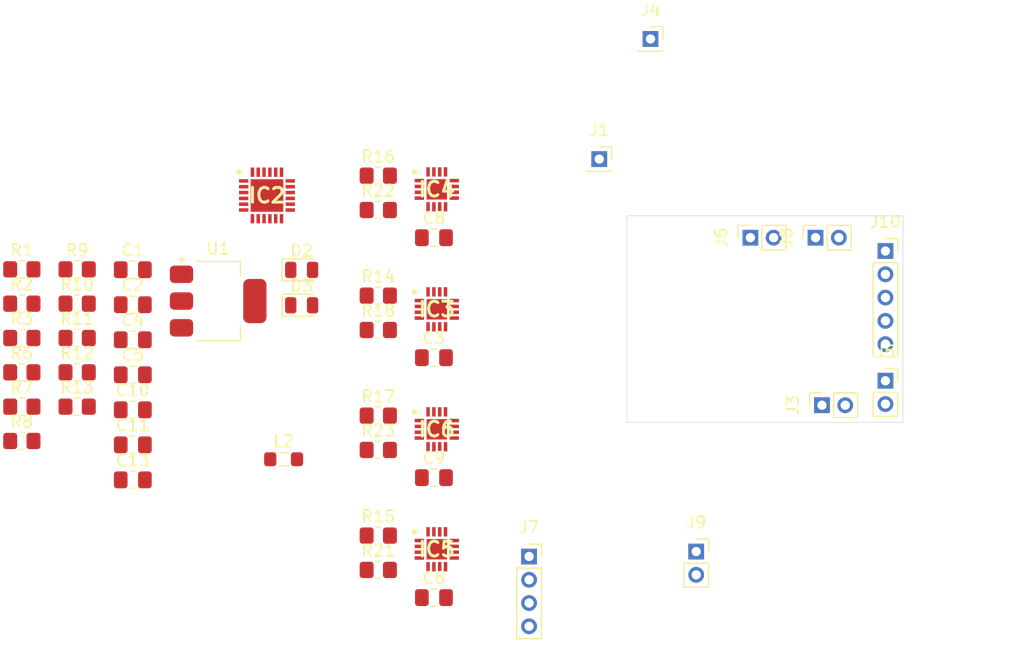
<source format=kicad_pcb>
(kicad_pcb (version 20240108) (generator "pcbnew") (generator_version "8.0")
  (layers (0 "F.Cu" signal) (31 "B.Cu" signal) (34 "B.Paste" user) (35 "F.Paste" user) (36 "B.SilkS" user "B.Silkscreen") (37 "F.SilkS" user "F.Silkscreen") (38 "B.Mask" user) (39 "F.Mask" user) (44 "Edge.Cuts" user))
  (net 0 "")
  (net 1 "/SYS_PWR")
  (net 2 "GND")
  (net 3 "+3.3V")
  (net 4 "/DC Motor Driver - Rudder-left/SYS_PWR")
  (net 5 "/DC Motor Driver - Rudder-right/SYS_PWR")
  (net 6 "/DC Motor Driver - Prop/SYS_PWR")
  (net 7 "/DC Motor Driver - Extra/SYS_PWR")
  (net 8 "Net-(C10-Pad1)")
  (net 9 "Net-(IC2-SW_1)")
  (net 10 "Net-(IC2-PMID)")
  (net 11 "/REGN")
  (net 12 "Net-(D2-K)")
  (net 13 "Net-(D3-K)")
  (net 14 "/SCL")
  (net 15 "Net-(IC2-BAT_1)")
  (net 17 "Net-(IC2-BTST)")
  (net 18 "/VBUS")
  (net 19 "/SDA")
  (net 20 "Net-(IC2-~{INT})")
  (net 22 "Net-(IC2-TS)")
  (net 24 "/DC Motor Driver - Rudder-left/A0")
  (net 26 "/DC Motor Driver - Rudder-left/OUT2")
  (net 27 "/DC Motor Driver - Rudder-left/OUT1")
  (net 29 "Net-(IC3-NFAULT)")
  (net 31 "/DC Motor Driver - Rudder-left/A1")
  (net 33 "Net-(IC3-IPROPI)")
  (net 34 "/DC Motor Driver - Prop/A1")
  (net 36 "/DC Motor Driver - Prop/OUT1")
  (net 37 "/DC Motor Driver - Prop/A0")
  (net 41 "Net-(IC4-IPROPI)")
  (net 42 "/DC Motor Driver - Prop/OUT2")
  (net 43 "Net-(IC4-NFAULT)")
  (net 44 "/DC Motor Driver - Rudder-right/A0")
  (net 47 "Net-(IC5-IPROPI)")
  (net 48 "/DC Motor Driver - Rudder-right/A1")
  (net 49 "/DC Motor Driver - Rudder-right/OUT2")
  (net 50 "/DC Motor Driver - Rudder-right/OUT1")
  (net 52 "Net-(IC5-NFAULT)")
  (net 54 "Net-(IC6-NFAULT)")
  (net 56 "/DC Motor Driver - Extra/A0")
  (net 58 "/DC Motor Driver - Extra/A1")
  (net 60 "Net-(IC6-IPROPI)")
  (net 62 "/DC Motor Driver - Extra/OUT1")
  (net 63 "/DC Motor Driver - Extra/OUT2")
  (net 64 "Net-(J4-Pin_1)")
  (net 65 "/DC Motor Driver - Rudder-left/VREF")
  (net 66 "/DC Motor Driver - Prop/VREF")
  (net 67 "/DC Motor Driver - Rudder-right/VREF")
  (net 68 "/DC Motor Driver - Extra/VREF")
  (net 69 "/VREF")
  (footprint "Connector_PinSocket_2.00mm:PinSocket_1x02_P2.00mm_Vertical" (layer "F.Cu") (at 114.2 86.875 90)
    (property "Reference" "J8" (at -0.000001 -2.5 270) (layer "F.SilkS"))
    (property "Value" "Conn_01x02")
    (fp_line (start 1.06 -1.06) (end 1.06 0) (stroke (width 0.12)) (layer "F.SilkS"))
    (fp_line (start 0 -1.06) (end 1.06 -1.06) (stroke (width 0.12)) (layer "F.SilkS"))
    (fp_line (start -1.060001 1) (end 1.060001 1.000001) (stroke (width 0.12)) (layer "F.SilkS"))
    (fp_line (start -1.060001 1) (end -1.06 3.06) (stroke (width 0.12)) (layer "F.SilkS"))
    (fp_line (start 1.060001 1.000001) (end 1.06 3.06) (stroke (width 0.12)) (layer "F.SilkS"))
    (fp_line (start -1.06 3.06) (end 1.06 3.06) (stroke (width 0.12)) (layer "F.SilkS"))
    (pad "1" thru_hole rect (at 0 0 90) (size 1.35 1.35) (drill 0.8) (layers "*.Cu" "*.Mask") (net 50 "/DC Motor Driver - Rudder-right/OUT1"))
    (pad "2" thru_hole oval (at 0 2 90) (size 1.35 1.35) (drill 0.8) (layers "*.Cu" "*.Mask") (net 49 "/DC Motor Driver - Rudder-right/OUT2"))
  )
  (footprint "Capacitor_SMD:C_0805_2012Metric_Pad1.18x1.45mm_HandSolder" (layer "F.Cu") (at 55.57 89.63)
    (property "Reference" "C1" (at 0 -1.68 0) (layer "F.SilkS"))
    (property "Value" "10 μF")
    (fp_line (start -0.261252 -0.735) (end 0.261252 -0.735) (stroke (width 0.12)) (layer "F.SilkS"))
    (fp_line (start -0.261252 0.735) (end 0.261252 0.735) (stroke (width 0.12)) (layer "F.SilkS"))
    (pad "1" smd roundrect (at -1.0375 0) (size 1.175 1.45) (layers "F.Cu" "F.Paste" "F.Mask") (roundrect_rratio 0.212766) (net 1 "/SYS_PWR"))
    (pad "2" smd roundrect (at 1.0375 0) (size 1.175 1.45) (layers "F.Cu" "F.Paste" "F.Mask") (roundrect_rratio 0.212766) (net 2 "GND"))
  )
  (footprint "Resistor_SMD:R_0805_2012Metric_Pad1.20x1.40mm_HandSolder" (layer "F.Cu") (at 76.65 102.17)
    (property "Reference" "R17" (at 0 -1.65 0) (layer "F.SilkS"))
    (property "Value" "10k")
    (fp_line (start -0.227064 -0.735) (end 0.227064 -0.735) (stroke (width 0.12)) (layer "F.SilkS"))
    (fp_line (start -0.227064 0.735) (end 0.227064 0.735) (stroke (width 0.12)) (layer "F.SilkS"))
    (pad "1" smd roundrect (at -1 0) (size 1.2 1.4) (layers "F.Cu" "F.Paste" "F.Mask") (roundrect_rratio 0.208333) (net 3 "+3.3V"))
    (pad "2" smd roundrect (at 1 0) (size 1.2 1.4) (layers "F.Cu" "F.Paste" "F.Mask") (roundrect_rratio 0.208333) (net 54 "Net-(IC6-NFAULT)"))
  )
  (footprint "Connector_PinSocket_2.00mm:PinSocket_1x02_P2.00mm_Vertical" (layer "F.Cu") (at 114.75 101.275 90)
    (property "Reference" "J3" (at -0.000001 -2.5 270) (layer "F.SilkS"))
    (property "Value" "Conn_01x02")
    (fp_line (start 1.06 -1.06) (end 1.06 0) (stroke (width 0.12)) (layer "F.SilkS"))
    (fp_line (start 0 -1.06) (end 1.06 -1.06) (stroke (width 0.12)) (layer "F.SilkS"))
    (fp_line (start -1.060001 1) (end 1.060001 1.000001) (stroke (width 0.12)) (layer "F.SilkS"))
    (fp_line (start -1.060001 1) (end -1.06 3.06) (stroke (width 0.12)) (layer "F.SilkS"))
    (fp_line (start 1.060001 1.000001) (end 1.06 3.06) (stroke (width 0.12)) (layer "F.SilkS"))
    (fp_line (start -1.06 3.06) (end 1.06 3.06) (stroke (width 0.12)) (layer "F.SilkS"))
    (pad "1" thru_hole rect (at 0 0 90) (size 1.35 1.35) (drill 0.8) (layers "*.Cu" "*.Mask") (net 36 "/DC Motor Driver - Prop/OUT1"))
    (pad "2" thru_hole oval (at 0 2 90) (size 1.35 1.35) (drill 0.8) (layers "*.Cu" "*.Mask") (net 42 "/DC Motor Driver - Prop/OUT2"))
  )
  (footprint "SamacSys_Parts:QFN50P300X300X80-17N-D" (layer "F.Cu") (at 81.675 113.655)
    (property "Reference" "IC5" (at 0 0 0) (layer "F.SilkS") (effects (font (size 1.27 1.27) (thickness 0.254))))
    (property "Value" "DRV8235RTER" (hide yes))
    (fp_circle (center -1.9 -1.5) (end -1.9 -1.375) (stroke (width 0.25)) (fill none) (layer "F.SilkS"))
    (pad "1" smd rect (at -1.5 -0.75 90) (size 0.3 0.8) (layers "F.Cu" "F.Paste" "F.Mask") (net 47 "Net-(IC5-IPROPI)"))
    (pad "2" smd rect (at -1.5 -0.25 90) (size 0.3 0.8) (layers "F.Cu" "F.Paste" "F.Mask"))
    (pad "3" smd rect (at -1.5 0.25 90) (size 0.3 0.8) (layers "F.Cu" "F.Paste" "F.Mask"))
    (pad "4" smd rect (at -1.5 0.75 90) (size 0.3 0.8) (layers "F.Cu" "F.Paste" "F.Mask") (net 52 "Net-(IC5-NFAULT)"))
    (pad "5" smd rect (at -0.75 1.5) (size 0.3 0.8) (layers "F.Cu" "F.Paste" "F.Mask") (net 5 "/DC Motor Driver - Rudder-right/SYS_PWR"))
    (pad "6" smd rect (at -0.25 1.5) (size 0.3 0.8) (layers "F.Cu" "F.Paste" "F.Mask") (net 50 "/DC Motor Driver - Rudder-right/OUT1"))
    (pad "7" smd rect (at 0.25 1.5) (size 0.3 0.8) (layers "F.Cu" "F.Paste" "F.Mask") (net 2 "GND"))
    (pad "8" smd rect (at 0.75 1.5) (size 0.3 0.8) (layers "F.Cu" "F.Paste" "F.Mask") (net 49 "/DC Motor Driver - Rudder-right/OUT2"))
    (pad "9" smd rect (at 1.5 0.75 90) (size 0.3 0.8) (layers "F.Cu" "F.Paste" "F.Mask") (net 48 "/DC Motor Driver - Rudder-right/A1"))
    (pad "10" smd rect (at 1.5 0.25 90) (size 0.3 0.8) (layers "F.Cu" "F.Paste" "F.Mask") (net 44 "/DC Motor Driver - Rudder-right/A0"))
    (pad "11" smd rect (at 1.5 -0.25 90) (size 0.3 0.8) (layers "F.Cu" "F.Paste" "F.Mask") (net 3 "+3.3V"))
    (pad "12" smd rect (at 1.5 -0.75 90) (size 0.3 0.8) (layers "F.Cu" "F.Paste" "F.Mask"))
    (pad "13" smd rect (at 0.75 -1.5) (size 0.3 0.8) (layers "F.Cu" "F.Paste" "F.Mask"))
    (pad "14" smd rect (at 0.25 -1.5) (size 0.3 0.8) (layers "F.Cu" "F.Paste" "F.Mask") (net 19 "/SDA"))
    (pad "15" smd rect (at -0.25 -1.5) (size 0.3 0.8) (layers "F.Cu" "F.Paste" "F.Mask") (net 14 "/SCL"))
    (pad "16" smd rect (at -0.75 -1.5) (size 0.3 0.8) (layers "F.Cu" "F.Paste" "F.Mask") (net 67 "/DC Motor Driver - Rudder-right/VREF"))
    (pad "17" smd rect (at 0 0) (size 1.75 1.75) (layers "F.Cu" "F.Paste" "F.Mask") (net 2 "GND"))
  )
  (footprint "Resistor_SMD:R_0805_2012Metric_Pad1.20x1.40mm_HandSolder" (layer "F.Cu") (at 46.04 95.5)
    (property "Reference" "R3" (at 0 -1.65 0) (layer "F.SilkS"))
    (property "Value" "2.2k")
    (fp_line (start -0.227064 -0.735) (end 0.227064 -0.735) (stroke (width 0.12)) (layer "F.SilkS"))
    (fp_line (start -0.227064 0.735) (end 0.227064 0.735) (stroke (width 0.12)) (layer "F.SilkS"))
    (pad "1" smd roundrect (at -1 0) (size 1.2 1.4) (layers "F.Cu" "F.Paste" "F.Mask") (roundrect_rratio 0.208333) (net 2 "GND"))
    (pad "2" smd roundrect (at 1 0) (size 1.2 1.4) (layers "F.Cu" "F.Paste" "F.Mask") (roundrect_rratio 0.208333) (net 37 "/DC Motor Driver - Prop/A0"))
  )
  (footprint "Connector_PinSocket_2.00mm:PinSocket_1x01_P2.00mm_Vertical" (layer "F.Cu") (at 95.625 80.125)
    (property "Reference" "J1" (at 0 -2.5 0) (layer "F.SilkS"))
    (property "Value" "Conn_01x01")
    (fp_line (start -1.06 0.94) (end -1.06 1.06) (stroke (width 0.12)) (layer "F.SilkS"))
    (fp_line (start -1.06 1.06) (end 1.06 1.06) (stroke (width 0.12)) (layer "F.SilkS"))
    (fp_line (start 0 -1.06) (end 1.06 -1.06) (stroke (width 0.12)) (layer "F.SilkS"))
    (fp_line (start 1.06 -1.06) (end 1.06 0) (stroke (width 0.12)) (layer "F.SilkS"))
    (fp_line (start 1.06 0.94) (end 1.06 1.06) (stroke (width 0.12)) (layer "F.SilkS"))
    (pad "1" thru_hole rect (at 0 0) (size 1.35 1.35) (drill 0.8) (layers "*.Cu" "*.Mask") (net 20 "Net-(IC2-~{INT})"))
  )
  (footprint "SamacSys_Parts:QFN50P400X400X80-25N-D" (layer "F.Cu") (at 67.09 83.25)
    (property "Reference" "IC2" (at 0 0 0) (layer "F.SilkS") (effects (font (size 1.27 1.27) (thickness 0.254))))
    (property "Value" "BQ25601RTWR" (hide yes))
    (fp_circle (center -2.4 -2) (end -2.4 -1.875) (stroke (width 0.25)) (fill none) (layer "F.SilkS"))
    (pad "1" smd rect (at -2 -1.25 90) (size 0.3 0.8) (layers "F.Cu" "F.Paste" "F.Mask") (net 18 "/VBUS"))
    (pad "2" smd rect (at -2 -0.75 90) (size 0.3 0.8) (layers "F.Cu" "F.Paste" "F.Mask") (net 2 "GND"))
    (pad "3" smd rect (at -2 -0.25 90) (size 0.3 0.8) (layers "F.Cu" "F.Paste" "F.Mask") (net 12 "Net-(D2-K)"))
    (pad "4" smd rect (at -2 0.25 90) (size 0.3 0.8) (layers "F.Cu" "F.Paste" "F.Mask") (net 13 "Net-(D3-K)"))
    (pad "5" smd rect (at -2 0.75 90) (size 0.3 0.8) (layers "F.Cu" "F.Paste" "F.Mask") (net 14 "/SCL"))
    (pad "6" smd rect (at -2 1.25 90) (size 0.3 0.8) (layers "F.Cu" "F.Paste" "F.Mask") (net 19 "/SDA"))
    (pad "7" smd rect (at -1.25 2) (size 0.3 0.8) (layers "F.Cu" "F.Paste" "F.Mask") (net 20 "Net-(IC2-~{INT})"))
    (pad "8" smd rect (at -0.75 2) (size 0.3 0.8) (layers "F.Cu" "F.Paste" "F.Mask"))
    (pad "9" smd rect (at -0.25 2) (size 0.3 0.8) (layers "F.Cu" "F.Paste" "F.Mask") (net 2 "GND"))
    (pad "10" smd rect (at 0.25 2) (size 0.3 0.8) (layers "F.Cu" "F.Paste" "F.Mask"))
    (pad "11" smd rect (at 0.75 2) (size 0.3 0.8) (layers "F.Cu" "F.Paste" "F.Mask") (net 22 "Net-(IC2-TS)"))
    (pad "12" smd rect (at 1.25 2) (size 0.3 0.8) (layers "F.Cu" "F.Paste" "F.Mask"))
    (pad "13" smd rect (at 2 1.25 90) (size 0.3 0.8) (layers "F.Cu" "F.Paste" "F.Mask") (net 15 "Net-(IC2-BAT_1)"))
    (pad "14" smd rect (at 2 0.75 90) (size 0.3 0.8) (layers "F.Cu" "F.Paste" "F.Mask") (net 15 "Net-(IC2-BAT_1)"))
    (pad "15" smd rect (at 2 0.25 90) (size 0.3 0.8) (layers "F.Cu" "F.Paste" "F.Mask") (net 1 "/SYS_PWR"))
    (pad "16" smd rect (at 2 -0.25 90) (size 0.3 0.8) (layers "F.Cu" "F.Paste" "F.Mask") (net 1 "/SYS_PWR"))
    (pad "17" smd rect (at 2 -0.75 90) (size 0.3 0.8) (layers "F.Cu" "F.Paste" "F.Mask") (net 2 "GND"))
    (pad "18" smd rect (at 2 -1.25 90) (size 0.3 0.8) (layers "F.Cu" "F.Paste" "F.Mask") (net 2 "GND"))
    (pad "19" smd rect (at 1.25 -2) (size 0.3 0.8) (layers "F.Cu" "F.Paste" "F.Mask") (net 9 "Net-(IC2-SW_1)"))
    (pad "20" smd rect (at 0.75 -2) (size 0.3 0.8) (layers "F.Cu" "F.Paste" "F.Mask") (net 9 "Net-(IC2-SW_1)"))
    (pad "21" smd rect (at 0.25 -2) (size 0.3 0.8) (layers "F.Cu" "F.Paste" "F.Mask") (net 17 "Net-(IC2-BTST)"))
    (pad "22" smd rect (at -0.25 -2) (size 0.3 0.8) (layers "F.Cu" "F.Paste" "F.Mask") (net 11 "/REGN"))
    (pad "23" smd rect (at -0.75 -2) (size 0.3 0.8) (layers "F.Cu" "F.Paste" "F.Mask") (net 10 "Net-(IC2-PMID)"))
    (pad "24" smd rect (at -1.25 -2) (size 0.3 0.8) (layers "F.Cu" "F.Paste" "F.Mask") (net 18 "/VBUS"))
    (pad "25" smd rect (at 0 0) (size 2.8 2.8) (layers "F.Cu" "F.Paste" "F.Mask") (net 2 "GND"))
  )
  (footprint "Resistor_SMD:R_0805_2012Metric_Pad1.20x1.40mm_HandSolder" (layer "F.Cu") (at 46.04 98.45)
    (property "Reference" "R6" (at 0 -1.65 0) (layer "F.SilkS"))
    (property "Value" "10k")
    (fp_line (start -0.227064 -0.735) (end 0.227064 -0.735) (stroke (width 0.12)) (layer "F.SilkS"))
    (fp_line (start -0.227064 0.735) (end 0.227064 0.735) (stroke (width 0.12)) (layer "F.SilkS"))
    (pad "1" smd roundrect (at -1 0) (size 1.2 1.4) (layers "F.Cu" "F.Paste" "F.Mask") (roundrect_rratio 0.208333) (net 3 "+3.3V"))
    (pad "2" smd roundrect (at 1 0) (size 1.2 1.4) (layers "F.Cu" "F.Paste" "F.Mask") (roundrect_rratio 0.208333) (net 69 "/VREF"))
  )
  (footprint "Connector_PinSocket_2.00mm:PinSocket_1x02_P2.00mm_Vertical" (layer "F.Cu") (at 120.2 99.175)
    (property "Reference" "J5" (at 0 -2.5 0) (layer "F.SilkS"))
    (property "Value" "Conn_01x02")
    (fp_line (start -1.06 1) (end -1.06 3.06) (stroke (width 0.12)) (layer "F.SilkS"))
    (fp_line (start -1.06 1) (end 1.06 1) (stroke (width 0.12)) (layer "F.SilkS"))
    (fp_line (start -1.06 3.06) (end 1.06 3.06) (stroke (width 0.12)) (layer "F.SilkS"))
    (fp_line (start 0 -1.06) (end 1.06 -1.06) (stroke (width 0.12)) (layer "F.SilkS"))
    (fp_line (start 1.06 -1.06) (end 1.06 0) (stroke (width 0.12)) (layer "F.SilkS"))
    (fp_line (start 1.06 1) (end 1.06 3.06) (stroke (width 0.12)) (layer "F.SilkS"))
    (pad "1" thru_hole rect (at 0 0) (size 1.35 1.35) (drill 0.8) (layers "*.Cu" "*.Mask") (net 62 "/DC Motor Driver - Extra/OUT1"))
    (pad "2" thru_hole oval (at 0 2) (size 1.35 1.35) (drill 0.8) (layers "*.Cu" "*.Mask") (net 63 "/DC Motor Driver - Extra/OUT2"))
  )
  (footprint "Capacitor_SMD:C_0805_2012Metric_Pad1.18x1.45mm_HandSolder" (layer "F.Cu") (at 81.43 107.5)
    (property "Reference" "C9" (at 0 -1.68 0) (layer "F.SilkS"))
    (property "Value" "0.1μF")
    (fp_line (start -0.261252 -0.735) (end 0.261252 -0.735) (stroke (width 0.12)) (layer "F.SilkS"))
    (fp_line (start -0.261252 0.735) (end 0.261252 0.735) (stroke (width 0.12)) (layer "F.SilkS"))
    (pad "1" smd roundrect (at -1.0375 0) (size 1.175 1.45) (layers "F.Cu" "F.Paste" "F.Mask") (roundrect_rratio 0.212766) (net 7 "/DC Motor Driver - Extra/SYS_PWR"))
    (pad "2" smd roundrect (at 1.0375 0) (size 1.175 1.45) (layers "F.Cu" "F.Paste" "F.Mask") (roundrect_rratio 0.212766) (net 2 "GND"))
  )
  (footprint "SamacSys_Parts:QFN50P300X300X80-17N-D" (layer "F.Cu") (at 81.675 103.345)
    (property "Reference" "IC6" (at 0 0 0) (layer "F.SilkS") (effects (font (size 1.27 1.27) (thickness 0.254))))
    (property "Value" "DRV8235RTER" (hide yes))
    (fp_circle (center -1.9 -1.5) (end -1.9 -1.375) (stroke (width 0.25)) (fill none) (layer "F.SilkS"))
    (pad "1" smd rect (at -1.5 -0.75 90) (size 0.3 0.8) (layers "F.Cu" "F.Paste" "F.Mask") (net 60 "Net-(IC6-IPROPI)"))
    (pad "2" smd rect (at -1.5 -0.25 90) (size 0.3 0.8) (layers "F.Cu" "F.Paste" "F.Mask"))
    (pad "3" smd rect (at -1.5 0.25 90) (size 0.3 0.8) (layers "F.Cu" "F.Paste" "F.Mask"))
    (pad "4" smd rect (at -1.5 0.75 90) (size 0.3 0.8) (layers "F.Cu" "F.Paste" "F.Mask") (net 54 "Net-(IC6-NFAULT)"))
    (pad "5" smd rect (at -0.75 1.5) (size 0.3 0.8) (layers "F.Cu" "F.Paste" "F.Mask") (net 7 "/DC Motor Driver - Extra/SYS_PWR"))
    (pad "6" smd rect (at -0.25 1.5) (size 0.3 0.8) (layers "F.Cu" "F.Paste" "F.Mask") (net 62 "/DC Motor Driver - Extra/OUT1"))
    (pad "7" smd rect (at 0.25 1.5) (size 0.3 0.8) (layers "F.Cu" "F.Paste" "F.Mask") (net 2 "GND"))
    (pad "8" smd rect (at 0.75 1.5) (size 0.3 0.8) (layers "F.Cu" "F.Paste" "F.Mask") (net 63 "/DC Motor Driver - Extra/OUT2"))
    (pad "9" smd rect (at 1.5 0.75 90) (size 0.3 0.8) (layers "F.Cu" "F.Paste" "F.Mask") (net 58 "/DC Motor Driver - Extra/A1"))
    (pad "10" smd rect (at 1.5 0.25 90) (size 0.3 0.8) (layers "F.Cu" "F.Paste" "F.Mask") (net 56 "/DC Motor Driver - Extra/A0"))
    (pad "11" smd rect (at 1.5 -0.25 90) (size 0.3 0.8) (layers "F.Cu" "F.Paste" "F.Mask") (net 3 "+3.3V"))
    (pad "12" smd rect (at 1.5 -0.75 90) (size 0.3 0.8) (layers "F.Cu" "F.Paste" "F.Mask"))
    (pad "13" smd rect (at 0.75 -1.5) (size 0.3 0.8) (layers "F.Cu" "F.Paste" "F.Mask"))
    (pad "14" smd rect (at 0.25 -1.5) (size 0.3 0.8) (layers "F.Cu" "F.Paste" "F.Mask") (net 19 "/SDA"))
    (pad "15" smd rect (at -0.25 -1.5) (size 0.3 0.8) (layers "F.Cu" "F.Paste" "F.Mask") (net 14 "/SCL"))
    (pad "16" smd rect (at -0.75 -1.5) (size 0.3 0.8) (layers "F.Cu" "F.Paste" "F.Mask") (net 68 "/DC Motor Driver - Extra/VREF"))
    (pad "17" smd rect (at 0 0) (size 1.75 1.75) (layers "F.Cu" "F.Paste" "F.Mask") (net 2 "GND"))
  )
  (footprint "Resistor_SMD:R_0805_2012Metric_Pad1.20x1.40mm_HandSolder" (layer "F.Cu") (at 76.65 81.55)
    (property "Reference" "R16" (at 0 -1.65 0) (layer "F.SilkS"))
    (property "Value" "10k")
    (fp_line (start -0.227064 -0.735) (end 0.227064 -0.735) (stroke (width 0.12)) (layer "F.SilkS"))
    (fp_line (start -0.227064 0.735) (end 0.227064 0.735) (stroke (width 0.12)) (layer "F.SilkS"))
    (pad "1" smd roundrect (at -1 0) (size 1.2 1.4) (layers "F.Cu" "F.Paste" "F.Mask") (roundrect_rratio 0.208333) (net 3 "+3.3V"))
    (pad "2" smd roundrect (at 1 0) (size 1.2 1.4) (layers "F.Cu" "F.Paste" "F.Mask") (roundrect_rratio 0.208333) (net 43 "Net-(IC4-NFAULT)"))
  )
  (footprint "Capacitor_SMD:C_0805_2012Metric_Pad1.18x1.45mm_HandSolder" (layer "F.Cu") (at 55.57 98.66)
    (property "Reference" "C5" (at 0 -1.68 0) (layer "F.SilkS"))
    (property "Value" "10μF")
    (fp_line (start -0.261252 -0.735) (end 0.261252 -0.735) (stroke (width 0.12)) (layer "F.SilkS"))
    (fp_line (start -0.261252 0.735) (end 0.261252 0.735) (stroke (width 0.12)) (layer "F.SilkS"))
    (pad "1" smd roundrect (at -1.0375 0) (size 1.175 1.45) (layers "F.Cu" "F.Paste" "F.Mask") (roundrect_rratio 0.212766) (net 1 "/SYS_PWR"))
    (pad "2" smd roundrect (at 1.0375 0) (size 1.175 1.45) (layers "F.Cu" "F.Paste" "F.Mask") (roundrect_rratio 0.212766) (net 2 "GND"))
  )
  (footprint "Resistor_SMD:R_0805_2012Metric_Pad1.20x1.40mm_HandSolder" (layer "F.Cu") (at 50.79 89.6)
    (property "Reference" "R9" (at 0 -1.65 0) (layer "F.SilkS"))
    (property "Value" "2.2k")
    (fp_line (start -0.227064 -0.735) (end 0.227064 -0.735) (stroke (width 0.12)) (layer "F.SilkS"))
    (fp_line (start -0.227064 0.735) (end 0.227064 0.735) (stroke (width 0.12)) (layer "F.SilkS"))
    (pad "1" smd roundrect (at -1 0) (size 1.2 1.4) (layers "F.Cu" "F.Paste" "F.Mask") (roundrect_rratio 0.208333) (net 34 "/DC Motor Driver - Prop/A1"))
    (pad "2" smd roundrect (at 1 0) (size 1.2 1.4) (layers "F.Cu" "F.Paste" "F.Mask") (roundrect_rratio 0.208333) (net 2 "GND"))
  )
  (footprint "Resistor_SMD:R_0805_2012Metric_Pad1.20x1.40mm_HandSolder" (layer "F.Cu") (at 50.79 95.5)
    (property "Reference" "R11" (at 0 -1.65 0) (layer "F.SilkS"))
    (property "Value" "10k")
    (fp_line (start -0.227064 -0.735) (end 0.227064 -0.735) (stroke (width 0.12)) (layer "F.SilkS"))
    (fp_line (start -0.227064 0.735) (end 0.227064 0.735) (stroke (width 0.12)) (layer "F.SilkS"))
    (pad "1" smd roundrect (at -1 0) (size 1.2 1.4) (layers "F.Cu" "F.Paste" "F.Mask") (roundrect_rratio 0.208333) (net 22 "Net-(IC2-TS)"))
    (pad "2" smd roundrect (at 1 0) (size 1.2 1.4) (layers "F.Cu" "F.Paste" "F.Mask") (roundrect_rratio 0.208333) (net 2 "GND"))
  )
  (footprint "Capacitor_SMD:C_0805_2012Metric_Pad1.18x1.45mm_HandSolder" (layer "F.Cu") (at 55.57 101.67)
    (property "Reference" "C10" (at 0 -1.68 0) (layer "F.SilkS"))
    (property "Value" "47nF")
    (fp_line (start -0.261252 -0.735) (end 0.261252 -0.735) (stroke (width 0.12)) (layer "F.SilkS"))
    (fp_line (start -0.261252 0.735) (end 0.261252 0.735) (stroke (width 0.12)) (layer "F.SilkS"))
    (pad "1" smd roundrect (at -1.0375 0) (size 1.175 1.45) (layers "F.Cu" "F.Paste" "F.Mask") (roundrect_rratio 0.212766) (net 8 "Net-(C10-Pad1)"))
    (pad "2" smd roundrect (at 1.0375 0) (size 1.175 1.45) (layers "F.Cu" "F.Paste" "F.Mask") (roundrect_rratio 0.212766) (net 9 "Net-(IC2-SW_1)"))
  )
  (footprint "Capacitor_SMD:C_0805_2012Metric_Pad1.18x1.45mm_HandSolder" (layer "F.Cu") (at 55.57 95.65)
    (property "Reference" "C4" (at 0 -1.68 0) (layer "F.SilkS"))
    (property "Value" "50μF")
    (fp_line (start -0.261252 -0.735) (end 0.261252 -0.735) (stroke (width 0.12)) (layer "F.SilkS"))
    (fp_line (start -0.261252 0.735) (end 0.261252 0.735) (stroke (width 0.12)) (layer "F.SilkS"))
    (pad "1" smd roundrect (at -1.0375 0) (size 1.175 1.45) (layers "F.Cu" "F.Paste" "F.Mask") (roundrect_rratio 0.212766) (net 1 "/SYS_PWR"))
    (pad "2" smd roundrect (at 1.0375 0) (size 1.175 1.45) (layers "F.Cu" "F.Paste" "F.Mask") (roundrect_rratio 0.212766) (net 2 "GND"))
  )
  (footprint "Resistor_SMD:R_0805_2012Metric_Pad1.20x1.40mm_HandSolder" (layer "F.Cu") (at 76.65 105.12)
    (property "Reference" "R23" (at 0 -1.65 0) (layer "F.SilkS"))
    (property "Value" "???")
    (fp_line (start -0.227064 -0.735) (end 0.227064 -0.735) (stroke (width 0.12)) (layer "F.SilkS"))
    (fp_line (start -0.227064 0.735) (end 0.227064 0.735) (stroke (width 0.12)) (layer "F.SilkS"))
    (pad "1" smd roundrect (at -1 0) (size 1.2 1.4) (layers "F.Cu" "F.Paste" "F.Mask") (roundrect_rratio 0.208333) (net 60 "Net-(IC6-IPROPI)"))
    (pad "2" smd roundrect (at 1 0) (size 1.2 1.4) (layers "F.Cu" "F.Paste" "F.Mask") (roundrect_rratio 0.208333) (net 2 "GND"))
  )
  (footprint "Resistor_SMD:R_0805_2012Metric_Pad1.20x1.40mm_HandSolder" (layer "F.Cu") (at 76.65 115.43)
    (property "Reference" "R21" (at 0 -1.65 0) (layer "F.SilkS"))
    (property "Value" "???")
    (fp_line (start -0.227064 -0.735) (end 0.227064 -0.735) (stroke (width 0.12)) (layer "F.SilkS"))
    (fp_line (start -0.227064 0.735) (end 0.227064 0.735) (stroke (width 0.12)) (layer "F.SilkS"))
    (pad "1" smd roundrect (at -1 0) (size 1.2 1.4) (layers "F.Cu" "F.Paste" "F.Mask") (roundrect_rratio 0.208333) (net 47 "Net-(IC5-IPROPI)"))
    (pad "2" smd roundrect (at 1 0) (size 1.2 1.4) (layers "F.Cu" "F.Paste" "F.Mask") (roundrect_rratio 0.208333) (net 2 "GND"))
  )
  (footprint "Package_TO_SOT_SMD:SOT-223-3_TabPin2" (layer "F.Cu") (at 62.9 92.325)
    (property "Reference" "U1" (at 0 -4.5 0) (layer "F.SilkS"))
    (property "Value" "AMS1117-3.3")
    (fp_line (start -1.85 -3.41) (end 1.91 -3.41) (stroke (width 0.12)) (layer "F.SilkS"))
    (fp_line (start -1.85 3.41) (end 1.91 3.41) (stroke (width 0.12)) (layer "F.SilkS"))
    (fp_line (start 1.91 -3.41) (end 1.91 -2.15) (stroke (width 0.12)) (layer "F.SilkS"))
    (fp_line (start 1.91 3.41) (end 1.91 2.15) (stroke (width 0.12)) (layer "F.SilkS"))
    (fp_poly (pts (xy -3.13 -3.31) (xy -3.37 -3.64) (xy -2.89 -3.64) (xy -3.13 -3.31)) (stroke (width 0.12)) (fill solid) (layer "F.SilkS"))
    (pad "1" smd roundrect (at -3.15 -2.3) (size 2 1.5) (layers "F.Cu" "F.Paste" "F.Mask") (net 2 "GND"))
    (pad "2" smd roundrect (at -3.15 0) (size 2 1.5) (layers "F.Cu" "F.Paste" "F.Mask") (net 3 "+3.3V"))
    (pad "2" smd roundrect (at 3.15 0) (size 2 3.8) (layers "F.Cu" "F.Paste" "F.Mask") (net 3 "+3.3V"))
    (pad "3" smd roundrect (at -3.15 2.3) (size 2 1.5) (layers "F.Cu" "F.Paste" "F.Mask") (net 1 "/SYS_PWR"))
  )
  (footprint "LED_SMD:LED_0805_2012Metric" (layer "F.Cu") (at 70.07 92.685)
    (property "Reference" "D3" (at 0 -1.65 0) (layer "F.SilkS"))
    (property "Value" "LED")
    (fp_line (start -1.685 -0.96) (end -1.685 0.96) (stroke (width 0.12)) (layer "F.SilkS"))
    (fp_line (start -1.685 0.96) (end 1 0.96) (stroke (width 0.12)) (layer "F.SilkS"))
    (fp_line (start 1 -0.96) (end -1.685 -0.96) (stroke (width 0.12)) (layer "F.SilkS"))
    (pad "1" smd roundrect (at -0.9375 0) (size 0.975 1.4) (layers "F.Cu" "F.Paste" "F.Mask") (net 13 "Net-(D3-K)"))
    (pad "2" smd roundrect (at 0.9375 0) (size 0.975 1.4) (layers "F.Cu" "F.Paste" "F.Mask") (net 1 "/SYS_PWR"))
  )
  (footprint "Capacitor_SMD:C_0805_2012Metric_Pad1.18x1.45mm_HandSolder" (layer "F.Cu") (at 81.43 97.19)
    (property "Reference" "C3" (at 0 -1.68 0) (layer "F.SilkS"))
    (property "Value" "0.1μF")
    (fp_line (start -0.261252 -0.735) (end 0.261252 -0.735) (stroke (width 0.12)) (layer "F.SilkS"))
    (fp_line (start -0.261252 0.735) (end 0.261252 0.735) (stroke (width 0.12)) (layer "F.SilkS"))
    (pad "1" smd roundrect (at -1.0375 0) (size 1.175 1.45) (layers "F.Cu" "F.Paste" "F.Mask") (roundrect_rratio 0.212766) (net 4 "/DC Motor Driver - Rudder-left/SYS_PWR"))
    (pad "2" smd roundrect (at 1.0375 0) (size 1.175 1.45) (layers "F.Cu" "F.Paste" "F.Mask") (roundrect_rratio 0.212766) (net 2 "GND"))
  )
  (footprint "Resistor_SMD:R_0805_2012Metric_Pad1.20x1.40mm_HandSolder" (layer "F.Cu") (at 50.79 98.45)
    (property "Reference" "R12" (at 0 -1.65 0) (layer "F.SilkS"))
    (property "Value" "10k")
    (fp_line (start -0.227064 -0.735) (end 0.227064 -0.735) (stroke (width 0.12)) (layer "F.SilkS"))
    (fp_line (start -0.227064 0.735) (end 0.227064 0.735) (stroke (width 0.12)) (layer "F.SilkS"))
    (pad "1" smd roundrect (at -1 0) (size 1.2 1.4) (layers "F.Cu" "F.Paste" "F.Mask") (roundrect_rratio 0.208333) (net 64 "Net-(J4-Pin_1)"))
    (pad "2" smd roundrect (at 1 0) (size 1.2 1.4) (layers "F.Cu" "F.Paste" "F.Mask") (roundrect_rratio 0.208333) (net 15 "Net-(IC2-BAT_1)"))
  )
  (footprint "SamacSys_Parts:QFN50P300X300X80-17N-D" (layer "F.Cu") (at 81.675 93.035)
    (property "Reference" "IC3" (at 0 0 0) (layer "F.SilkS") (effects (font (size 1.27 1.27) (thickness 0.254))))
    (property "Value" "DRV8235RTER" (hide yes))
    (fp_circle (center -1.9 -1.5) (end -1.9 -1.375) (stroke (width 0.25)) (fill none) (layer "F.SilkS"))
    (pad "1" smd rect (at -1.5 -0.75 90) (size 0.3 0.8) (layers "F.Cu" "F.Paste" "F.Mask") (net 33 "Net-(IC3-IPROPI)"))
    (pad "2" smd rect (at -1.5 -0.25 90) (size 0.3 0.8) (layers "F.Cu" "F.Paste" "F.Mask"))
    (pad "3" smd rect (at -1.5 0.25 90) (size 0.3 0.8) (layers "F.Cu" "F.Paste" "F.Mask"))
    (pad "4" smd rect (at -1.5 0.75 90) (size 0.3 0.8) (layers "F.Cu" "F.Paste" "F.Mask") (net 29 "Net-(IC3-NFAULT)"))
    (pad "5" smd rect (at -0.75 1.5) (size 0.3 0.8) (layers "F.Cu" "F.Paste" "F.Mask") (net 4 "/DC Motor Driver - Rudder-left/SYS_PWR"))
    (pad "6" smd rect (at -0.25 1.5) (size 0.3 0.8) (layers "F.Cu" "F.Paste" "F.Mask") (net 27 "/DC Motor Driver - Rudder-left/OUT1"))
    (pad "7" smd rect (at 0.25 1.5) (size 0.3 0.8) (layers "F.Cu" "F.Paste" "F.Mask") (net 2 "GND"))
    (pad "8" smd rect (at 0.75 1.5) (size 0.3 0.8) (layers "F.Cu" "F.Paste" "F.Mask") (net 26 "/DC Motor Driver - Rudder-left/OUT2"))
    (pad "9" smd rect (at 1.5 0.75 90) (size 0.3 0.8) (layers "F.Cu" "F.Paste" "F.Mask") (net 31 "/DC Motor Driver - Rudder-left/A1"))
    (pad "10" smd rect (at 1.5 0.25 90) (size 0.3 0.8) (layers "F.Cu" "F.Paste" "F.Mask") (net 24 "/DC Motor Driver - Rudder-left/A0"))
    (pad "11" smd rect (at 1.5 -0.25 90) (size 0.3 0.8) (layers "F.Cu" "F.Paste" "F.Mask") (net 3 "+3.3V"))
    (pad "12" smd rect (at 1.5 -0.75 90) (size 0.3 0.8) (layers "F.Cu" "F.Paste" "F.Mask"))
    (pad "13" smd rect (at 0.75 -1.5) (size 0.3 0.8) (layers "F.Cu" "F.Paste" "F.Mask"))
    (pad "14" smd rect (at 0.25 -1.5) (size 0.3 0.8) (layers "F.Cu" "F.Paste" "F.Mask") (net 19 "/SDA"))
    (pad "15" smd rect (at -0.25 -1.5) (size 0.3 0.8) (layers "F.Cu" "F.Paste" "F.Mask") (net 14 "/SCL"))
    (pad "16" smd rect (at -0.75 -1.5) (size 0.3 0.8) (layers "F.Cu" "F.Paste" "F.Mask") (net 65 "/DC Motor Driver - Rudder-left/VREF"))
    (pad "17" smd rect (at 0 0) (size 1.75 1.75) (layers "F.Cu" "F.Paste" "F.Mask") (net 2 "GND"))
  )
  (footprint "Resistor_SMD:R_0805_2012Metric_Pad1.20x1.40mm_HandSolder" (layer "F.Cu") (at 76.65 112.48)
    (property "Reference" "R15" (at 0 -1.65 0) (layer "F.SilkS"))
    (property "Value" "10k")
    (fp_line (start -0.227064 -0.735) (end 0.227064 -0.735) (stroke (width 0.12)) (layer "F.SilkS"))
    (fp_line (start -0.227064 0.735) (end 0.227064 0.735) (stroke (width 0.12)) (layer "F.SilkS"))
    (pad "1" smd roundrect (at -1 0) (size 1.2 1.4) (layers "F.Cu" "F.Paste" "F.Mask") (roundrect_rratio 0.208333) (net 3 "+3.3V"))
    (pad "2" smd roundrect (at 1 0) (size 1.2 1.4) (layers "F.Cu" "F.Paste" "F.Mask") (roundrect_rratio 0.208333) (net 52 "Net-(IC5-NFAULT)"))
  )
  (footprint "Connector_PinSocket_2.00mm:PinSocket_1x01_P2.00mm_Vertical" (layer "F.Cu") (at 100.025 69.8)
    (property "Reference" "J4" (at 0 -2.5 0) (layer "F.SilkS"))
    (property "Value" "Conn_01x01")
    (fp_line (start -1.06 0.94) (end -1.06 1.06) (stroke (width 0.12)) (layer "F.SilkS"))
    (fp_line (start -1.06 1.06) (end 1.06 1.06) (stroke (width 0.12)) (layer "F.SilkS"))
    (fp_line (start 0 -1.06) (end 1.06 -1.06) (stroke (width 0.12)) (layer "F.SilkS"))
    (fp_line (start 1.06 -1.06) (end 1.06 0) (stroke (width 0.12)) (layer "F.SilkS"))
    (fp_line (start 1.06 0.94) (end 1.06 1.06) (stroke (width 0.12)) (layer "F.SilkS"))
    (pad "1" thru_hole rect (at 0 0) (size 1.35 1.35) (drill 0.8) (layers "*.Cu" "*.Mask") (net 64 "Net-(J4-Pin_1)"))
  )
  (footprint "Resistor_SMD:R_0805_2012Metric_Pad1.20x1.40mm_HandSolder" (layer "F.Cu") (at 76.65 91.86)
    (property "Reference" "R14" (at 0 -1.65 0) (layer "F.SilkS"))
    (property "Value" "10k")
    (fp_line (start -0.227064 -0.735) (end 0.227064 -0.735) (stroke (width 0.12)) (layer "F.SilkS"))
    (fp_line (start -0.227064 0.735) (end 0.227064 0.735) (stroke (width 0.12)) (layer "F.SilkS"))
    (pad "1" smd roundrect (at -1 0) (size 1.2 1.4) (layers "F.Cu" "F.Paste" "F.Mask") (roundrect_rratio 0.208333) (net 3 "+3.3V"))
    (pad "2" smd roundrect (at 1 0) (size 1.2 1.4) (layers "F.Cu" "F.Paste" "F.Mask") (roundrect_rratio 0.208333) (net 29 "Net-(IC3-NFAULT)"))
  )
  (footprint "Capacitor_SMD:C_0805_2012Metric_Pad1.18x1.45mm_HandSolder" (layer "F.Cu") (at 81.43 86.88)
    (property "Reference" "C8" (at 0 -1.68 0) (layer "F.SilkS"))
    (property "Value" "0.1μF")
    (fp_line (start -0.261252 -0.735) (end 0.261252 -0.735) (stroke (width 0.12)) (layer "F.SilkS"))
    (fp_line (start -0.261252 0.735) (end 0.261252 0.735) (stroke (width 0.12)) (layer "F.SilkS"))
    (pad "1" smd roundrect (at -1.0375 0) (size 1.175 1.45) (layers "F.Cu" "F.Paste" "F.Mask") (roundrect_rratio 0.212766) (net 6 "/DC Motor Driver - Prop/SYS_PWR"))
    (pad "2" smd roundrect (at 1.0375 0) (size 1.175 1.45) (layers "F.Cu" "F.Paste" "F.Mask") (roundrect_rratio 0.212766) (net 2 "GND"))
  )
  (footprint "Resistor_SMD:R_0805_2012Metric_Pad1.20x1.40mm_HandSolder" (layer "F.Cu") (at 46.04 101.4)
    (property "Reference" "R7" (at 0 -1.65 0) (layer "F.SilkS"))
    (property "Value" "10k")
    (fp_line (start -0.227064 -0.735) (end 0.227064 -0.735) (stroke (width 0.12)) (layer "F.SilkS"))
    (fp_line (start -0.227064 0.735) (end 0.227064 0.735) (stroke (width 0.12)) (layer "F.SilkS"))
    (pad "1" smd roundrect (at -1 0) (size 1.2 1.4) (layers "F.Cu" "F.Paste" "F.Mask") (roundrect_rratio 0.208333) (net 69 "/VREF"))
    (pad "2" smd roundrect (at 1 0) (size 1.2 1.4) (layers "F.Cu" "F.Paste" "F.Mask") (roundrect_rratio 0.208333) (net 2 "GND"))
  )
  (footprint "Resistor_SMD:R_0805_2012Metric_Pad1.20x1.40mm_HandSolder" (layer "F.Cu") (at 46.04 89.6)
    (property "Reference" "R1" (at 0 -1.65 0) (layer "F.SilkS"))
    (property "Value" "2.2k")
    (fp_line (start -0.227064 -0.735) (end 0.227064 -0.735) (stroke (width 0.12)) (layer "F.SilkS"))
    (fp_line (start -0.227064 0.735) (end 0.227064 0.735) (stroke (width 0.12)) (layer "F.SilkS"))
    (pad "1" smd roundrect (at -1 0) (size 1.2 1.4) (layers "F.Cu" "F.Paste" "F.Mask") (roundrect_rratio 0.208333) (net 48 "/DC Motor Driver - Rudder-right/A1"))
    (pad "2" smd roundrect (at 1 0) (size 1.2 1.4) (layers "F.Cu" "F.Paste" "F.Mask") (roundrect_rratio 0.208333) (net 2 "GND"))
  )
  (footprint "Connector_PinSocket_2.00mm:PinSocket_1x05_P2.00mm_Vertical" (layer "F.Cu") (at 120.2 88.025)
    (property "Reference" "J10" (at 0 -2.5 0) (layer "F.SilkS"))
    (property "Value" "Conn_01x05")
    (fp_line (start -1.06 1) (end -1.06 9.06) (stroke (width 0.12)) (layer "F.SilkS"))
    (fp_line (start -1.06 1) (end 1.06 1) (stroke (width 0.12)) (layer "F.SilkS"))
    (fp_line (start -1.06 9.06) (end 1.06 9.06) (stroke (width 0.12)) (layer "F.SilkS"))
    (fp_line (start 0 -1.06) (end 1.06 -1.06) (stroke (width 0.12)) (layer "F.SilkS"))
    (fp_line (start 1.06 -1.06) (end 1.06 0) (stroke (width 0.12)) (layer "F.SilkS"))
    (fp_line (start 1.06 1) (end 1.06 9.06) (stroke (width 0.12)) (layer "F.SilkS"))
    (pad "1" thru_hole rect (at 0 0) (size 1.35 1.35) (drill 0.8) (layers "*.Cu" "*.Mask") (net 3 "+3.3V"))
    (pad "2" thru_hole oval (at 0 2) (size 1.35 1.35) (drill 0.8) (layers "*.Cu" "*.Mask") (net 18 "/VBUS"))
    (pad "3" thru_hole oval (at 0 4) (size 1.35 1.35) (drill 0.8) (layers "*.Cu" "*.Mask") (net 2 "GND"))
    (pad "4" thru_hole oval (at 0 6) (size 1.35 1.35) (drill 0.8) (layers "*.Cu" "*.Mask") (net 14 "/SCL"))
    (pad "5" thru_hole oval (at 0 8) (size 1.35 1.35) (drill 0.8) (layers "*.Cu" "*.Mask") (net 19 "/SDA"))
  )
  (footprint "Resistor_SMD:R_0805_2012Metric_Pad1.20x1.40mm_HandSolder" (layer "F.Cu") (at 46.04 104.35)
    (property "Reference" "R8" (at 0 -1.65 0) (layer "F.SilkS"))
    (property "Value" "0??")
    (fp_line (start -0.227064 -0.735) (end 0.227064 -0.735) (stroke (width 0.12)) (layer "F.SilkS"))
    (fp_line (start -0.227064 0.735) (end 0.227064 0.735) (stroke (width 0.12)) (layer "F.SilkS"))
    (pad "1" smd roundrect (at -1 0) (size 1.2 1.4) (layers "F.Cu" "F.Paste" "F.Mask") (roundrect_rratio 0.208333) (net 17 "Net-(IC2-BTST)"))
    (pad "2" smd roundrect (at 1 0) (size 1.2 1.4) (layers "F.Cu" "F.Paste" "F.Mask") (roundrect_rratio 0.208333) (net 8 "Net-(C10-Pad1)"))
  )
  (footprint "Connector_PinSocket_2.00mm:PinSocket_1x02_P2.00mm_Vertical" (layer "F.Cu") (at 108.6 86.875 90)
    (property "Reference" "J6" (at -0.000001 -2.5 270) (layer "F.SilkS"))
    (property "Value" "Conn_01x02")
    (fp_line (start 1.06 -1.06) (end 1.06 0) (stroke (width 0.12)) (layer "F.SilkS"))
    (fp_line (start 0 -1.06) (end 1.06 -1.06) (stroke (width 0.12)) (layer "F.SilkS"))
    (fp_line (start -1.060001 1) (end 1.060001 1.000001) (stroke (width 0.12)) (layer "F.SilkS"))
    (fp_line (start -1.060001 1) (end -1.06 3.06) (stroke (width 0.12)) (layer "F.SilkS"))
    (fp_line (start 1.060001 1.000001) (end 1.06 3.06) (stroke (width 0.12)) (layer "F.SilkS"))
    (fp_line (start -1.06 3.06) (end 1.06 3.06) (stroke (width 0.12)) (layer "F.SilkS"))
    (pad "1" thru_hole rect (at 0 0 90) (size 1.35 1.35) (drill 0.8) (layers "*.Cu" "*.Mask") (net 27 "/DC Motor Driver - Rudder-left/OUT1"))
    (pad "2" thru_hole oval (at 0 2 90) (size 1.35 1.35) (drill 0.8) (layers "*.Cu" "*.Mask") (net 26 "/DC Motor Driver - Rudder-left/OUT2"))
  )
  (footprint "LED_SMD:LED_0805_2012Metric" (layer "F.Cu") (at 70.07 89.645)
    (property "Reference" "D2" (at 0 -1.65 0) (layer "F.SilkS"))
    (property "Value" "LED")
    (fp_line (start -1.685 -0.96) (end -1.685 0.96) (stroke (width 0.12)) (layer "F.SilkS"))
    (fp_line (start -1.685 0.96) (end 1 0.96) (stroke (width 0.12)) (layer "F.SilkS"))
    (fp_line (start 1 -0.96) (end -1.685 -0.96) (stroke (width 0.12)) (layer "F.SilkS"))
    (pad "1" smd roundrect (at -0.9375 0) (size 0.975 1.4) (layers "F.Cu" "F.Paste" "F.Mask") (net 12 "Net-(D2-K)"))
    (pad "2" smd roundrect (at 0.9375 0) (size 0.975 1.4) (layers "F.Cu" "F.Paste" "F.Mask") (net 1 "/SYS_PWR"))
  )
  (footprint "Capacitor_SMD:C_0805_2012Metric_Pad1.18x1.45mm_HandSolder" (layer "F.Cu") (at 55.57 104.68)
    (property "Reference" "C11" (at 0 -1.68 0) (layer "F.SilkS"))
    (property "Value" "10μF")
    (fp_line (start -0.261252 -0.735) (end 0.261252 -0.735) (stroke (width 0.12)) (layer "F.SilkS"))
    (fp_line (start -0.261252 0.735) (end 0.261252 0.735) (stroke (width 0.12)) (layer "F.SilkS"))
    (pad "1" smd roundrect (at -1.0375 0) (size 1.175 1.45) (layers "F.Cu" "F.Paste" "F.Mask") (roundrect_rratio 0.212766) (net 2 "GND"))
    (pad "2" smd roundrect (at 1.0375 0) (size 1.175 1.45) (layers "F.Cu" "F.Paste" "F.Mask") (roundrect_rratio 0.212766) (net 10 "Net-(IC2-PMID)"))
  )
  (footprint "Capacitor_SMD:C_0805_2012Metric_Pad1.18x1.45mm_HandSolder" (layer "F.Cu") (at 55.57 92.64)
    (property "Reference" "C2" (at 0 -1.68 0) (layer "F.SilkS"))
    (property "Value" "22 μF")
    (fp_line (start -0.261252 -0.735) (end 0.261252 -0.735) (stroke (width 0.12)) (layer "F.SilkS"))
    (fp_line (start -0.261252 0.735) (end 0.261252 0.735) (stroke (width 0.12)) (layer "F.SilkS"))
    (pad "1" smd roundrect (at -1.0375 0) (size 1.175 1.45) (layers "F.Cu" "F.Paste" "F.Mask") (roundrect_rratio 0.212766) (net 3 "+3.3V"))
    (pad "2" smd roundrect (at 1.0375 0) (size 1.175 1.45) (layers "F.Cu" "F.Paste" "F.Mask") (roundrect_rratio 0.212766) (net 2 "GND"))
  )
  (footprint "Resistor_SMD:R_0805_2012Metric_Pad1.20x1.40mm_HandSolder" (layer "F.Cu") (at 50.79 101.4)
    (property "Reference" "R13" (at 0 -1.65 0) (layer "F.SilkS"))
    (property "Value" "10k")
    (fp_line (start -0.227064 -0.735) (end 0.227064 -0.735) (stroke (width 0.12)) (layer "F.SilkS"))
    (fp_line (start -0.227064 0.735) (end 0.227064 0.735) (stroke (width 0.12)) (layer "F.SilkS"))
    (pad "1" smd roundrect (at -1 0) (size 1.2 1.4) (layers "F.Cu" "F.Paste" "F.Mask") (roundrect_rratio 0.208333) (net 2 "GND"))
    (pad "2" smd roundrect (at 1 0) (size 1.2 1.4) (layers "F.Cu" "F.Paste" "F.Mask") (roundrect_rratio 0.208333) (net 64 "Net-(J4-Pin_1)"))
  )
  (footprint "Capacitor_SMD:C_0805_2012Metric_Pad1.18x1.45mm_HandSolder" (layer "F.Cu") (at 55.57 107.69)
    (property "Reference" "C13" (at 0 -1.68 0) (layer "F.SilkS"))
    (property "Value" "4.7μF")
    (fp_line (start -0.261252 -0.735) (end 0.261252 -0.735) (stroke (width 0.12)) (layer "F.SilkS"))
    (fp_line (start -0.261252 0.735) (end 0.261252 0.735) (stroke (width 0.12)) (layer "F.SilkS"))
    (pad "1" smd roundrect (at -1.0375 0) (size 1.175 1.45) (layers "F.Cu" "F.Paste" "F.Mask") (roundrect_rratio 0.212766) (net 11 "/REGN"))
    (pad "2" smd roundrect (at 1.0375 0) (size 1.175 1.45) (layers "F.Cu" "F.Paste" "F.Mask") (roundrect_rratio 0.212766) (net 2 "GND"))
  )
  (footprint "Capacitor_SMD:C_0805_2012Metric_Pad1.18x1.45mm_HandSolder" (layer "F.Cu") (at 81.43 117.81)
    (property "Reference" "C6" (at 0 -1.68 0) (layer "F.SilkS"))
    (property "Value" "0.1μF")
    (fp_line (start -0.261252 -0.735) (end 0.261252 -0.735) (stroke (width 0.12)) (layer "F.SilkS"))
    (fp_line (start -0.261252 0.735) (end 0.261252 0.735) (stroke (width 0.12)) (layer "F.SilkS"))
    (pad "1" smd roundrect (at -1.0375 0) (size 1.175 1.45) (layers "F.Cu" "F.Paste" "F.Mask") (roundrect_rratio 0.212766) (net 5 "/DC Motor Driver - Rudder-right/SYS_PWR"))
    (pad "2" smd roundrect (at 1.0375 0) (size 1.175 1.45) (layers "F.Cu" "F.Paste" "F.Mask") (roundrect_rratio 0.212766) (net 2 "GND"))
  )
  (footprint "Inductor_SMD:L_0805_2012Metric_Pad1.05x1.20mm_HandSolder" (layer "F.Cu") (at 68.52 105.92)
    (property "Reference" "L2" (at 0 -1.55 0) (layer "F.SilkS"))
    (property "Value" "1μH")
    (fp_line (start -0.410242 -0.56) (end 0.410242 -0.56) (stroke (width 0.12)) (layer "F.SilkS"))
    (fp_line (start -0.410242 0.56) (end 0.410242 0.56) (stroke (width 0.12)) (layer "F.SilkS"))
    (pad "1" smd roundrect (at -1.15 0) (size 1.05 1.2) (layers "F.Cu" "F.Paste" "F.Mask") (roundrect_rratio 0.238095) (net 9 "Net-(IC2-SW_1)"))
    (pad "2" smd roundrect (at 1.15 0) (size 1.05 1.2) (layers "F.Cu" "F.Paste" "F.Mask") (roundrect_rratio 0.238095) (net 1 "/SYS_PWR"))
  )
  (footprint "Connector_PinSocket_2.00mm:PinSocket_1x04_P2.00mm_Vertical" (layer "F.Cu") (at 89.6 114.275)
    (property "Reference" "J7" (at 0 -2.5 0) (layer "F.SilkS"))
    (property "Value" "Conn_01x04")
    (fp_line (start -1.06 1) (end -1.06 7.06) (stroke (width 0.12)) (layer "F.SilkS"))
    (fp_line (start -1.06 1) (end 1.06 1) (stroke (width 0.12)) (layer "F.SilkS"))
    (fp_line (start -1.06 7.06) (end 1.06 7.06) (stroke (width 0.12)) (layer "F.SilkS"))
    (fp_line (start 0 -1.06) (end 1.06 -1.06) (stroke (width 0.12)) (layer "F.SilkS"))
    (fp_line (start 1.06 -1.06) (end 1.06 0) (stroke (width 0.12)) (layer "F.SilkS"))
    (fp_line (start 1.06 1) (end 1.06 7.06) (stroke (width 0.12)) (layer "F.SilkS"))
    (pad "1" thru_hole rect (at 0 0) (size 1.35 1.35) (drill 0.8) (layers "*.Cu" "*.Mask") (net 14 "/SCL"))
    (pad "2" thru_hole oval (at 0 2) (size 1.35 1.35) (drill 0.8) (layers "*.Cu" "*.Mask") (net 19 "/SDA"))
    (pad "3" thru_hole oval (at 0 4) (size 1.35 1.35) (drill 0.8) (layers "*.Cu" "*.Mask") (net 2 "GND"))
    (pad "4" thru_hole oval (at 0 6) (size 1.35 1.35) (drill 0.8) (layers "*.Cu" "*.Mask") (net 3 "+3.3V"))
  )
  (footprint "Resistor_SMD:R_0805_2012Metric_Pad1.20x1.40mm_HandSolder" (layer "F.Cu") (at 50.79 92.55)
    (property "Reference" "R10" (at 0 -1.65 0) (layer "F.SilkS"))
    (property "Value" "10k")
    (fp_line (start -0.227064 -0.735) (end 0.227064 -0.735) (stroke (width 0.12)) (layer "F.SilkS"))
    (fp_line (start -0.227064 0.735) (end 0.227064 0.735) (stroke (width 0.12)) (layer "F.SilkS"))
    (pad "1" smd roundrect (at -1 0) (size 1.2 1.4) (layers "F.Cu" "F.Paste" "F.Mask") (roundrect_rratio 0.208333) (net 22 "Net-(IC2-TS)"))
    (pad "2" smd roundrect (at 1 0) (size 1.2 1.4) (layers "F.Cu" "F.Paste" "F.Mask") (roundrect_rratio 0.208333) (net 11 "/REGN"))
  )
  (footprint "Resistor_SMD:R_0805_2012Metric_Pad1.20x1.40mm_HandSolder" (layer "F.Cu") (at 76.65 94.81)
    (property "Reference" "R18" (at 0 -1.65 0) (layer "F.SilkS"))
    (property "Value" "???")
    (fp_line (start -0.227064 -0.735) (end 0.227064 -0.735) (stroke (width 0.12)) (layer "F.SilkS"))
    (fp_line (start -0.227064 0.735) (end 0.227064 0.735) (stroke (width 0.12)) (layer "F.SilkS"))
    (pad "1" smd roundrect (at -1 0) (size 1.2 1.4) (layers "F.Cu" "F.Paste" "F.Mask") (roundrect_rratio 0.208333) (net 33 "Net-(IC3-IPROPI)"))
    (pad "2" smd roundrect (at 1 0) (size 1.2 1.4) (layers "F.Cu" "F.Paste" "F.Mask") (roundrect_rratio 0.208333) (net 2 "GND"))
  )
  (footprint "Resistor_SMD:R_0805_2012Metric_Pad1.20x1.40mm_HandSolder" (layer "F.Cu") (at 76.65 84.5)
    (property "Reference" "R22" (at 0 -1.65 0) (layer "F.SilkS"))
    (property "Value" "???")
    (fp_line (start -0.227064 -0.735) (end 0.227064 -0.735) (stroke (width 0.12)) (layer "F.SilkS"))
    (fp_line (start -0.227064 0.735) (end 0.227064 0.735) (stroke (width 0.12)) (layer "F.SilkS"))
    (pad "1" smd roundrect (at -1 0) (size 1.2 1.4) (layers "F.Cu" "F.Paste" "F.Mask") (roundrect_rratio 0.208333) (net 41 "Net-(IC4-IPROPI)"))
    (pad "2" smd roundrect (at 1 0) (size 1.2 1.4) (layers "F.Cu" "F.Paste" "F.Mask") (roundrect_rratio 0.208333) (net 2 "GND"))
  )
  (footprint "Connector_PinSocket_2.00mm:PinSocket_1x02_P2.00mm_Vertical" (layer "F.Cu") (at 103.95 113.85)
    (property "Reference" "J9" (at 0 -2.5 0) (layer "F.SilkS"))
    (property "Value" "Conn_01x02")
    (fp_line (start -1.06 1) (end -1.06 3.06) (stroke (width 0.12)) (layer "F.SilkS"))
    (fp_line (start -1.06 1) (end 1.06 1) (stroke (width 0.12)) (layer "F.SilkS"))
    (fp_line (start -1.06 3.06) (end 1.06 3.06) (stroke (width 0.12)) (layer "F.SilkS"))
    (fp_line (start 0 -1.06) (end 1.06 -1.06) (stroke (width 0.12)) (layer "F.SilkS"))
    (fp_line (start 1.06 -1.06) (end 1.06 0) (stroke (width 0.12)) (layer "F.SilkS"))
    (fp_line (start 1.06 1) (end 1.06 3.06) (stroke (width 0.12)) (layer "F.SilkS"))
    (pad "1" thru_hole rect (at 0 0) (size 1.35 1.35) (drill 0.8) (layers "*.Cu" "*.Mask") (net 15 "Net-(IC2-BAT_1)"))
    (pad "2" thru_hole oval (at 0 2) (size 1.35 1.35) (drill 0.8) (layers "*.Cu" "*.Mask") (net 2 "GND"))
  )
  (footprint "SamacSys_Parts:QFN50P300X300X80-17N-D" (layer "F.Cu") (at 81.675 82.725)
    (property "Reference" "IC4" (at 0 0 0) (layer "F.SilkS") (effects (font (size 1.27 1.27) (thickness 0.254))))
    (property "Value" "DRV8235RTER" (hide yes))
    (fp_circle (center -1.9 -1.5) (end -1.9 -1.375) (stroke (width 0.25)) (fill none) (layer "F.SilkS"))
    (pad "1" smd rect (at -1.5 -0.75 90) (size 0.3 0.8) (layers "F.Cu" "F.Paste" "F.Mask") (net 41 "Net-(IC4-IPROPI)"))
    (pad "2" smd rect (at -1.5 -0.25 90) (size 0.3 0.8) (layers "F.Cu" "F.Paste" "F.Mask"))
    (pad "3" smd rect (at -1.5 0.25 90) (size 0.3 0.8) (layers "F.Cu" "F.Paste" "F.Mask"))
    (pad "4" smd rect (at -1.5 0.75 90) (size 0.3 0.8) (layers "F.Cu" "F.Paste" "F.Mask") (net 43 "Net-(IC4-NFAULT)"))
    (pad "5" smd rect (at -0.75 1.5) (size 0.3 0.8) (layers "F.Cu" "F.Paste" "F.Mask") (net 6 "/DC Motor Driver - Prop/SYS_PWR"))
    (pad "6" smd rect (at -0.25 1.5) (size 0.3 0.8) (layers "F.Cu" "F.Paste" "F.Mask") (net 36 "/DC Motor Driver - Prop/OUT1"))
    (pad "7" smd rect (at 0.25 1.5) (size 0.3 0.8) (layers "F.Cu" "F.Paste" "F.Mask") (net 2 "GND"))
    (pad "8" smd rect (at 0.75 1.5) (size 0.3 0.8) (layers "F.Cu" "F.Paste" "F.Mask") (net 42 "/DC Motor Driver - Prop/OUT2"))
    (pad "9" smd rect (at 1.5 0.75 90) (size 0.3 0.8) (layers "F.Cu" "F.Paste" "F.Mask") (net 34 "/DC Motor Driver - Prop/A1"))
    (pad "10" smd rect (at 1.5 0.25 90) (size 0.3 0.8) (layers "F.Cu" "F.Paste" "F.Mask") (net 37 "/DC Motor Driver - Prop/A0"))
    (pad "11" smd rect (at 1.5 -0.25 90) (size 0.3 0.8) (layers "F.Cu" "F.Paste" "F.Mask") (net 3 "+3.3V"))
    (pad "12" smd rect (at 1.5 -0.75 90) (size 0.3 0.8) (layers "F.Cu" "F.Paste" "F.Mask"))
    (pad "13" smd rect (at 0.75 -1.5) (size 0.3 0.8) (layers "F.Cu" "F.Paste" "F.Mask"))
    (pad "14" smd rect (at 0.25 -1.5) (size 0.3 0.8) (layers "F.Cu" "F.Paste" "F.Mask") (net 19 "/SDA"))
    (pad "15" smd rect (at -0.25 -1.5) (size 0.3 0.8) (layers "F.Cu" "F.Paste" "F.Mask") (net 14 "/SCL"))
    (pad "16" smd rect (at -0.75 -1.5) (size 0.3 0.8) (layers "F.Cu" "F.Paste" "F.Mask") (net 66 "/DC Motor Driver - Prop/VREF"))
    (pad "17" smd rect (at 0 0) (size 1.75 1.75) (layers "F.Cu" "F.Paste" "F.Mask") (net 2 "GND"))
  )
  (footprint "Resistor_SMD:R_0805_2012Metric_Pad1.20x1.40mm_HandSolder" (layer "F.Cu") (at 46.04 92.55)
    (property "Reference" "R2" (at 0 -1.65 0) (layer "F.SilkS"))
    (property "Value" "2.2k")
    (fp_line (start -0.227064 -0.735) (end 0.227064 -0.735) (stroke (width 0.12)) (layer "F.SilkS"))
    (fp_line (start -0.227064 0.735) (end 0.227064 0.735) (stroke (width 0.12)) (layer "F.SilkS"))
    (pad "1" smd roundrect (at -1 0) (size 1.2 1.4) (layers "F.Cu" "F.Paste" "F.Mask") (roundrect_rratio 0.208333) (net 2 "GND"))
    (pad "2" smd roundrect (at 1 0) (size 1.2 1.4) (layers "F.Cu" "F.Paste" "F.Mask") (roundrect_rratio 0.208333) (net 24 "/DC Motor Driver - Rudder-left/A0"))
  )
  (gr_rect (start 98 85) (end 121.7 102.75) (stroke (width 0.05)) (fill none) (layer "Edge.Cuts"))
)
</source>
